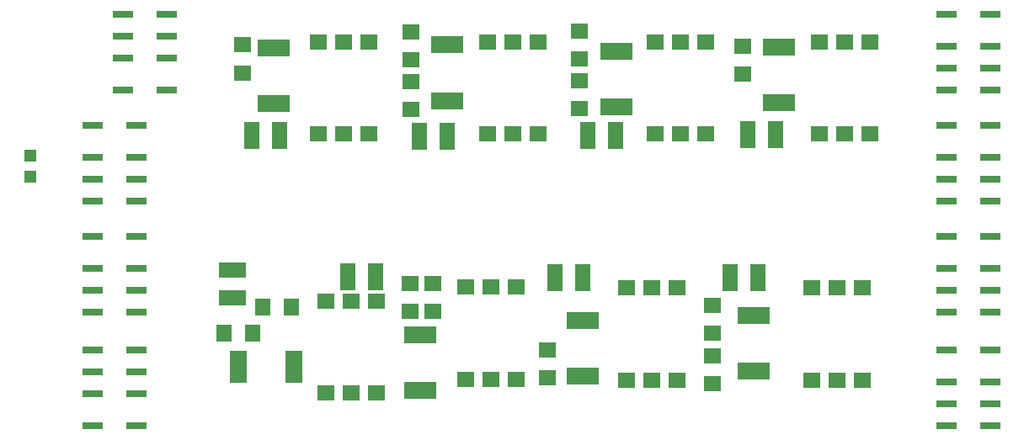
<source format=gtp>
G75*
%MOIN*%
%OFA0B0*%
%FSLAX25Y25*%
%IPPOS*%
%LPD*%
%AMOC8*
5,1,8,0,0,1.08239X$1,22.5*
%
%ADD10R,0.07008X0.05984*%
%ADD11R,0.06299X0.10630*%
%ADD12R,0.12598X0.07087*%
%ADD13R,0.10630X0.06299*%
%ADD14R,0.07098X0.06299*%
%ADD15R,0.07087X0.12598*%
%ADD16R,0.06299X0.07098*%
%ADD17R,0.04724X0.04724*%
%ADD18R,0.07874X0.03150*%
D10*
X0125047Y0029523D03*
X0135047Y0029523D03*
X0145047Y0029523D03*
X0180441Y0035035D03*
X0190441Y0035035D03*
X0200441Y0035035D03*
X0244102Y0034641D03*
X0254102Y0034641D03*
X0264102Y0034641D03*
X0317409Y0034760D03*
X0327409Y0034760D03*
X0337409Y0034760D03*
X0337409Y0071334D03*
X0327409Y0071334D03*
X0317409Y0071334D03*
X0264102Y0071216D03*
X0254102Y0071216D03*
X0244102Y0071216D03*
X0200441Y0071610D03*
X0190441Y0071610D03*
X0180441Y0071610D03*
X0145047Y0066098D03*
X0135047Y0066098D03*
X0125047Y0066098D03*
X0122016Y0132240D03*
X0132016Y0132240D03*
X0142016Y0132240D03*
X0189063Y0132240D03*
X0199063Y0132240D03*
X0209063Y0132240D03*
X0255323Y0132240D03*
X0265323Y0132240D03*
X0275323Y0132240D03*
X0320402Y0132240D03*
X0330402Y0132240D03*
X0340402Y0132240D03*
X0340402Y0168815D03*
X0330402Y0168815D03*
X0320402Y0168815D03*
X0275323Y0168815D03*
X0265323Y0168815D03*
X0255323Y0168815D03*
X0209063Y0168815D03*
X0199063Y0168815D03*
X0189063Y0168815D03*
X0142016Y0168815D03*
X0132016Y0168815D03*
X0122016Y0168815D03*
D11*
X0106780Y0131748D03*
X0095756Y0131748D03*
X0161937Y0131354D03*
X0172961Y0131354D03*
X0228551Y0131748D03*
X0239575Y0131748D03*
X0291898Y0132141D03*
X0302921Y0132141D03*
X0295953Y0075449D03*
X0284929Y0075449D03*
X0226622Y0075449D03*
X0215598Y0075449D03*
X0144811Y0075764D03*
X0133787Y0075764D03*
D12*
X0162213Y0052811D03*
X0162213Y0030764D03*
X0226504Y0036433D03*
X0226504Y0058480D03*
X0294220Y0060449D03*
X0294220Y0038401D03*
X0239890Y0143126D03*
X0239890Y0165173D03*
X0304457Y0166748D03*
X0304457Y0144701D03*
X0172961Y0145488D03*
X0172961Y0167535D03*
X0104457Y0166354D03*
X0104457Y0144307D03*
D13*
X0087882Y0078401D03*
X0087882Y0067378D03*
D14*
X0158394Y0061937D03*
X0167449Y0061937D03*
X0167449Y0073134D03*
X0158394Y0073134D03*
X0212724Y0046756D03*
X0212724Y0035559D03*
X0278079Y0033197D03*
X0278079Y0044393D03*
X0278079Y0053275D03*
X0278079Y0064472D03*
X0225323Y0142252D03*
X0225323Y0153449D03*
X0225323Y0161937D03*
X0225323Y0173134D03*
X0158787Y0172740D03*
X0158787Y0161543D03*
X0158787Y0153055D03*
X0158787Y0141858D03*
X0091858Y0156425D03*
X0091858Y0167622D03*
X0290087Y0167130D03*
X0290087Y0155933D03*
D15*
X0112331Y0039976D03*
X0090283Y0039976D03*
D16*
X0084685Y0053362D03*
X0095882Y0053362D03*
X0100039Y0063598D03*
X0111236Y0063598D03*
D17*
X0008000Y0115370D03*
X0008000Y0123638D03*
D18*
X0032803Y0016748D03*
X0050126Y0016748D03*
X0050126Y0029346D03*
X0050126Y0038008D03*
X0050126Y0046669D03*
X0032803Y0046669D03*
X0032803Y0038008D03*
X0032803Y0029346D03*
X0032803Y0061630D03*
X0032803Y0070291D03*
X0032803Y0078952D03*
X0050126Y0078952D03*
X0050126Y0070291D03*
X0050126Y0061630D03*
X0050126Y0091551D03*
X0032803Y0091551D03*
X0032803Y0105724D03*
X0050126Y0105724D03*
X0050126Y0114386D03*
X0050126Y0123047D03*
X0032803Y0123047D03*
X0032803Y0114386D03*
X0032803Y0135645D03*
X0050126Y0135645D03*
X0044614Y0149819D03*
X0061937Y0149819D03*
X0061937Y0162417D03*
X0044614Y0162417D03*
X0044614Y0171078D03*
X0044614Y0179740D03*
X0061937Y0179740D03*
X0061937Y0171078D03*
X0370598Y0167141D03*
X0387921Y0167141D03*
X0387921Y0158480D03*
X0387921Y0149819D03*
X0370598Y0149819D03*
X0370598Y0158480D03*
X0370598Y0179740D03*
X0387921Y0179740D03*
X0387921Y0135645D03*
X0370598Y0135645D03*
X0370598Y0123047D03*
X0370598Y0114386D03*
X0387921Y0114386D03*
X0387921Y0123047D03*
X0387921Y0105724D03*
X0370598Y0105724D03*
X0370598Y0091551D03*
X0387921Y0091551D03*
X0387921Y0078952D03*
X0387921Y0070291D03*
X0387921Y0061630D03*
X0370598Y0061630D03*
X0370598Y0070291D03*
X0370598Y0078952D03*
X0370598Y0046669D03*
X0387921Y0046669D03*
X0387921Y0034071D03*
X0387921Y0025409D03*
X0387921Y0016748D03*
X0370598Y0016748D03*
X0370598Y0025409D03*
X0370598Y0034071D03*
M02*

</source>
